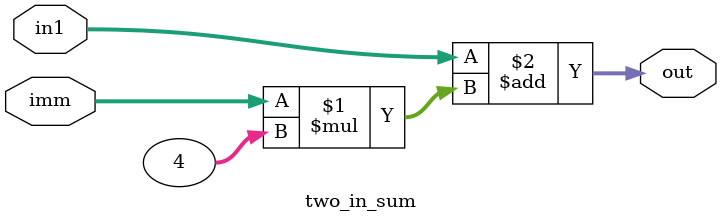
<source format=v>
module two_in_sum (
	input [31:0] in1,
	input [31:0] imm,

	output [31:0] out	
);



assign out = in1 + imm*4;

endmodule
</source>
